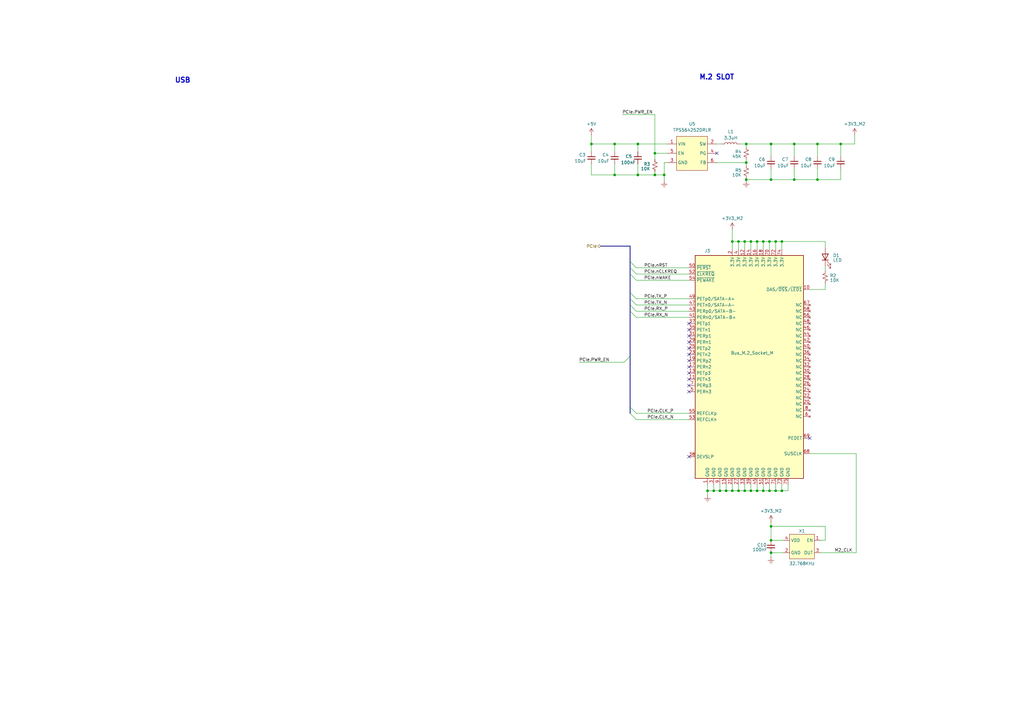
<source format=kicad_sch>
(kicad_sch (version 20250114) (generator "eeschema") (generator_version "9.0")
  (paper "A3")
  (title_block (title "Open-Sentinel") (date "2025-12-28") (rev "0.9"))
  (lib_symbols
    (symbol "+3V3_PCIE_1" (power) (pin_numbers (hide yes)) (pin_names (offset 0) (hide yes))
      (property "Value" "+3V3_M2" (at 0 4.445 0))
      (symbol "+3V3_PCIE_1_0_1"
        (polyline (pts (xy -0.762 1.27) (xy 0 2.54)))
        (polyline (pts (xy 0 2.54) (xy 0.762 1.27)))
        (polyline (pts (xy 0 0) (xy 0 2.54)))
      )
      (symbol "+3V3_PCIE_1_1_1"
        (pin power_in line (at 0 0 90) (length 0) (name "~") (number "1"))
      )
    )
    (symbol "drm-connectors:Bus_M.2_Socket_M"
      (property "Reference" "J2" (at 3.302 59.436 0))
      (property "Value" "Bus_M.2_Socket_M" (at 9.144 59.436 0))
      (symbol "Bus_M.2_Socket_M_0_1"
        (rectangle (start -22.86 45.72) (end 21.59 -45.72) (stroke (width 0.254)) (fill (type background)))
      )
      (symbol "Bus_M.2_Socket_M_1_1"
        (pin output line (at -25.4 40.64 0) (length 2.54) (name "~{PERST}") (number "50"))
        (pin bidirectional line (at -25.4 38.1 0) (length 2.54) (name "~{CLKREQ}") (number "52"))
        (pin bidirectional line (at -25.4 35.56 0) (length 2.54) (name "~{PEWAKE}") (number "54"))
        (pin output line (at -25.4 27.94 0) (length 2.54) (name "PETp0/SATA-A+") (number "49"))
        (pin output line (at -25.4 25.4 0) (length 2.54) (name "PETn0/SATA-A-") (number "47"))
        (pin input line (at -25.4 22.86 0) (length 2.54) (name "PERp0/SATA-B-") (number "43"))
        (pin input line (at -25.4 20.32 0) (length 2.54) (name "PERn0/SATA-B+") (number "41"))
        (pin output line (at -25.4 17.78 0) (length 2.54) (name "PETp1") (number "37"))
        (pin output line (at -25.4 15.24 0) (length 2.54) (name "PETn1") (number "35"))
        (pin input line (at -25.4 12.7 0) (length 2.54) (name "PERp1") (number "31"))
        (pin input line (at -25.4 10.16 0) (length 2.54) (name "PERn1") (number "29"))
        (pin output line (at -25.4 7.62 0) (length 2.54) (name "PETp2") (number "25"))
        (pin output line (at -25.4 5.08 0) (length 2.54) (name "PETn2") (number "23"))
        (pin input line (at -25.4 2.54 0) (length 2.54) (name "PERp2") (number "19"))
        (pin input line (at -25.4 0 0) (length 2.54) (name "PERn2") (number "17"))
        (pin output line (at -25.4 -2.54 0) (length 2.54) (name "PETp3") (number "13"))
        (pin output line (at -25.4 -5.08 0) (length 2.54) (name "PETn3") (number "11"))
        (pin input line (at -25.4 -7.62 0) (length 2.54) (name "PERp3") (number "7"))
        (pin input line (at -25.4 -10.16 0) (length 2.54) (name "PERn3") (number "5"))
        (pin output line (at -25.4 -19.05 0) (length 2.54) (name "REFCLKp") (number "55"))
        (pin output line (at -25.4 -21.59 0) (length 2.54) (name "REFCLKn") (number "53"))
        (pin output line (at -25.4 -36.83 0) (length 2.54) (name "DEVSLP") (number "38"))
        (pin power_in line (at -17.78 -48.26 90) (length 2.54) (name "GND") (number "1"))
        (pin power_in line (at -15.24 -48.26 90) (length 2.54) (name "GND") (number "3"))
        (pin power_in line (at -12.7 -48.26 90) (length 2.54) (name "GND") (number "9"))
        (pin power_in line (at -10.16 -48.26 90) (length 2.54) (name "GND") (number "15"))
        (pin power_in line (at -7.62 48.26 270) (length 2.54) (name "3.3V") (number "2"))
        (pin power_in line (at -7.62 -48.26 90) (length 2.54) (name "GND") (number "21"))
        (pin power_in line (at -5.08 48.26 270) (length 2.54) (name "3.3V") (number "4"))
        (pin power_in line (at -5.08 -48.26 90) (length 2.54) (name "GND") (number "27"))
        (pin power_in line (at -2.54 48.26 270) (length 2.54) (name "3.3V") (number "12"))
        (pin power_in line (at -2.54 -48.26 90) (length 2.54) (name "GND") (number "33"))
        (pin power_in line (at 0 48.26 270) (length 2.54) (name "3.3V") (number "14"))
        (pin power_in line (at 0 -48.26 90) (length 2.54) (name "GND") (number "39"))
        (pin power_in line (at 2.54 48.26 270) (length 2.54) (name "3.3V") (number "16"))
        (pin power_in line (at 2.54 -48.26 90) (length 2.54) (name "GND") (number "45"))
        (pin power_in line (at 5.08 48.26 270) (length 2.54) (name "3.3V") (number "18"))
        (pin power_in line (at 5.08 -48.26 90) (length 2.54) (name "GND") (number "51"))
        (pin power_in line (at 7.62 48.26 270) (length 2.54) (name "3.3V") (number "70"))
        (pin power_in line (at 7.62 -48.26 90) (length 2.54) (name "GND") (number "57"))
        (pin power_in line (at 10.16 48.26 270) (length 2.54) (name "3.3V") (number "72"))
        (pin power_in line (at 10.16 -48.26 90) (length 2.54) (name "GND") (number "71"))
        (pin power_in line (at 12.7 48.26 270) (length 2.54) (name "3.3V") (number "74"))
        (pin power_in line (at 12.7 -48.26 90) (length 2.54) (name "GND") (number "73"))
        (pin power_in line (at 15.24 -48.26 90) (length 2.54) (name "GND") (number "75"))
        (pin bidirectional line (at 24.13 31.75 180) (length 2.54) (name "DAS/~{DSS}/~{LED1}") (number "10"))
        (pin no_connect line (at 24.13 25.4 180) (length 2.54) (name "NC") (number "67"))
        (pin no_connect line (at 24.13 22.86 180) (length 2.54) (name "NC") (number "58"))
        (pin no_connect line (at 24.13 20.32 180) (length 2.54) (name "NC") (number "56"))
        (pin no_connect line (at 24.13 17.78 180) (length 2.54) (name "NC") (number "48"))
        (pin no_connect line (at 24.13 15.24 180) (length 2.54) (name "NC") (number "46"))
        (pin no_connect line (at 24.13 12.7 180) (length 2.54) (name "NC") (number "44"))
        (pin no_connect line (at 24.13 10.16 180) (length 2.54) (name "NC") (number "42"))
        (pin no_connect line (at 24.13 7.62 180) (length 2.54) (name "NC") (number "40"))
        (pin no_connect line (at 24.13 5.08 180) (length 2.54) (name "NC") (number "36"))
        (pin no_connect line (at 24.13 2.54 180) (length 2.54) (name "NC") (number "34"))
        (pin no_connect line (at 24.13 0 180) (length 2.54) (name "NC") (number "32"))
        (pin no_connect line (at 24.13 -2.54 180) (length 2.54) (name "NC") (number "30"))
        (pin no_connect line (at 24.13 -5.08 180) (length 2.54) (name "NC") (number "28"))
        (pin no_connect line (at 24.13 -7.62 180) (length 2.54) (name "NC") (number "26"))
        (pin no_connect line (at 24.13 -10.16 180) (length 2.54) (name "NC") (number "24"))
        (pin no_connect line (at 24.13 -12.7 180) (length 2.54) (name "NC") (number "22"))
        (pin no_connect line (at 24.13 -15.24 180) (length 2.54) (name "NC") (number "20"))
        (pin no_connect line (at 24.13 -17.78 180) (length 2.54) (name "NC") (number "8"))
        (pin no_connect line (at 24.13 -20.32 180) (length 2.54) (name "NC") (number "6"))
        (pin passive line (at 24.13 -29.21 180) (length 2.54) (name "PEDET") (number "69"))
        (pin output line (at 24.13 -35.56 180) (length 2.54) (name "SUSCLK") (number "68"))
      )
    )
    (symbol "drm-discrete:Cap" (pin_numbers (hide yes)) (pin_names (offset 0.254) (hide yes))
      (property "Reference" "C" (at 0.254 1.778 0))
      (property "Value" "Cap" (at 0.254 -2.032 0))
      (symbol "Cap_0_1"
        (polyline (pts (xy -1.524 0.508) (xy 1.524 0.508)) (stroke (width 0.3048)))
        (polyline (pts (xy -1.524 -0.508) (xy 1.524 -0.508)) (stroke (width 0.3302)))
      )
      (symbol "Cap_1_1"
        (pin passive line (at 0 2.54 270) (length 2.032) (name "~") (number "1"))
        (pin passive line (at 0 -2.54 90) (length 2.032) (name "~") (number "2"))
      )
    )
    (symbol "drm-discrete:Inductor" (pin_numbers (hide yes)) (pin_names (offset 1.016) (hide yes))
      (property "Reference" "L" (at -1.27 0 90))
      (property "Value" "Inductor" (at 1.905 0 90))
      (symbol "Inductor_0_1"
        (arc (start 0 2.54) (mid 0.6323 1.905) (end 0 1.27))
        (arc (start 0 1.27) (mid 0.6323 0.635) (end 0 0))
        (arc (start 0 0) (mid 0.6323 -0.635) (end 0 -1.27))
        (arc (start 0 -1.27) (mid 0.6323 -1.905) (end 0 -2.54))
      )
      (symbol "Inductor_1_1"
        (pin passive line (at 0 3.81 270) (length 1.27) (name "1") (number "1"))
        (pin passive line (at 0 -3.81 90) (length 1.27) (name "2") (number "2"))
      )
    )
    (symbol "drm-discrete:LED" (pin_numbers (hide yes)) (pin_names (offset 1.016) (hide yes))
      (property "Reference" "D" (at 0 2.54 0))
      (property "Value" "LED" (at 0 -2.54 0))
      (symbol "LED_0_1"
        (polyline (pts (xy -3.048 -0.762) (xy -4.572 -2.286) (xy -3.81 -2.286) (xy -4.572 -2.286) (xy -4.572 -1.524)))
        (polyline (pts (xy -1.778 -0.762) (xy -3.302 -2.286) (xy -2.54 -2.286) (xy -3.302 -2.286) (xy -3.302 -1.524)))
        (polyline (pts (xy -1.27 0) (xy 1.27 0)))
        (polyline (pts (xy -1.27 -1.27) (xy -1.27 1.27)) (stroke (width 0.254)))
        (polyline (pts (xy 1.27 -1.27) (xy 1.27 1.27) (xy -1.27 0) (xy 1.27 -1.27)) (stroke (width 0.254)))
      )
      (symbol "LED_1_1"
        (pin passive line (at -3.81 0 0) (length 2.54) (name "K") (number "1"))
        (pin passive line (at 3.81 0 180) (length 2.54) (name "A") (number "2"))
      )
    )
    (symbol "drm-discrete:Resistor" (pin_numbers (hide yes)) (pin_names (offset 0.254) (hide yes))
      (property "Reference" "R" (at 0.762 0.508 0))
      (property "Value" "Resistor" (at 0.762 -1.016 0))
      (symbol "Resistor_1_1"
        (polyline (pts (xy 0 1.524) (xy 1.016 1.143) (xy 0 0.762) (xy -1.016 0.381) (xy 0 0)))
        (polyline (pts (xy 0 0) (xy 1.016 -0.381) (xy 0 -0.762) (xy -1.016 -1.143) (xy 0 -1.524)))
        (pin passive line (at 0 2.54 270) (length 1.016) (name "~") (number "1"))
        (pin passive line (at 0 -2.54 90) (length 1.016) (name "~") (number "2"))
      )
    )
    (symbol "drm-ic:OSC-module"
      (property "Reference" "X1" (at 0 6.35 0))
      (property "Value" "32.768KHz" (at 0 -6.985 0))
      (symbol "OSC-module_0_1"
        (rectangle (start -5.08 5.08) (end 5.08 -5.08) (stroke (width 0.1524)) (fill (type background)))
      )
      (symbol "OSC-module_1_1"
        (pin power_in line (at -7.62 2.54 0) (length 2.54) (name "VDD") (number "4"))
        (pin power_in line (at -7.62 -2.54 0) (length 2.54) (name "GND") (number "2"))
        (pin output line (at 7.62 2.54 180) (length 2.54) (name "EN") (number "1"))
        (pin output line (at 7.62 -2.54 180) (length 2.54) (name "OUT") (number "3"))
      )
    )
    (symbol "drm-ic:TPS564252DRLR"
      (property "Reference" "U" (at 0 11.938 0))
      (property "Value" "TPS564252DRLR" (at 0 9.906 0))
      (symbol "TPS564252DRLR_0_1"
        (rectangle (start -6.35 6.985) (end 6.35 -6.985) (stroke (width 0.1524)) (fill (type background)))
      )
      (symbol "TPS564252DRLR_1_1"
        (pin power_in line (at -10.16 3.81 0) (length 3.81) (name "VIN") (number "1"))
        (pin input line (at -10.16 0 0) (length 3.81) (name "EN") (number "5"))
        (pin power_in line (at -10.16 -3.81 0) (length 3.81) (name "GND") (number "3"))
        (pin output line (at 10.16 3.81 180) (length 3.81) (name "SW") (number "2"))
        (pin output line (at 10.16 0 180) (length 3.81) (name "PG") (number "4"))
        (pin input line (at 10.16 -3.81 180) (length 3.81) (name "FB") (number "6"))
      )
    )
    (symbol "power:+5V" (power) (pin_numbers (hide yes)) (pin_names (offset 0) (hide yes))
      (property "Value" "+5V" (at 0 3.556 0))
      (symbol "+5V_0_1"
        (polyline (pts (xy -0.762 1.27) (xy 0 2.54)))
        (polyline (pts (xy 0 2.54) (xy 0.762 1.27)))
        (polyline (pts (xy 0 0) (xy 0 2.54)))
      )
      (symbol "+5V_1_1"
        (pin power_in line (at 0 0 90) (length 0) (name "~") (number "1"))
      )
    )
    (symbol "power:Earth" (power) (pin_numbers (hide yes)) (pin_names (offset 0) (hide yes))
      (property "Value" "Earth" (at 0 -3.81 0))
      (symbol "Earth_0_1"
        (polyline (pts (xy -0.635 -1.905) (xy 0.635 -1.905)))
        (polyline (pts (xy -0.127 -2.54) (xy 0.127 -2.54)))
        (polyline (pts (xy 0 -1.27) (xy 0 0)))
        (polyline (pts (xy 1.27 -1.27) (xy -1.27 -1.27)))
      )
      (symbol "Earth_1_1"
        (pin power_in line (at 0 0 270) (length 0) (name "~") (number "1"))
      )
    )
  )
  (text "USB" (at 74.93 33.02 0) (effects (font (size 2.032 2.032) (thickness 0.4064) (bold yes))))
  (text "M.2 SLOT" (at 294.005 31.75 0) (effects (font (size 2.032 2.032) (thickness 0.4064) (bold yes))))
  (junction (at 272.415 71.755))
  (junction (at 320.675 99.06))
  (junction (at 344.805 59.055))
  (junction (at 313.055 201.295))
  (junction (at 325.755 59.055))
  (junction (at 316.23 221.615))
  (junction (at 310.515 99.06))
  (junction (at 310.515 201.295))
  (junction (at 316.23 73.66))
  (junction (at 305.435 99.06))
  (junction (at 325.755 73.66))
  (junction (at 261.62 71.755))
  (junction (at 316.23 226.695))
  (junction (at 316.23 59.055))
  (junction (at 290.195 201.295))
  (junction (at 320.675 201.295))
  (junction (at 295.275 201.295))
  (junction (at 306.07 73.66))
  (junction (at 300.355 99.06))
  (junction (at 268.605 71.755))
  (junction (at 306.07 59.055))
  (junction (at 335.28 73.66))
  (junction (at 315.595 201.295))
  (junction (at 318.135 99.06))
  (junction (at 335.28 59.055))
  (junction (at 297.815 201.295))
  (junction (at 313.055 99.06))
  (junction (at 261.62 59.055))
  (junction (at 307.975 201.295))
  (junction (at 252.095 71.755))
  (junction (at 268.605 62.865))
  (junction (at 316.23 215.9))
  (junction (at 242.57 59.055))
  (junction (at 252.095 59.055))
  (junction (at 300.355 201.295))
  (junction (at 292.735 201.295))
  (junction (at 305.435 201.295))
  (junction (at 302.895 99.06))
  (junction (at 302.895 201.295))
  (junction (at 307.975 99.06))
  (junction (at 315.595 99.06))
  (junction (at 318.135 201.295))
  (junction (at 306.07 66.675))
  (no_connect (at 282.575 135.255))
  (no_connect (at 332.105 179.705))
  (no_connect (at 282.575 158.115))
  (no_connect (at 294.005 62.865))
  (no_connect (at 282.575 160.655))
  (no_connect (at 282.575 142.875))
  (no_connect (at 282.575 145.415))
  (no_connect (at 282.575 150.495))
  (no_connect (at 282.575 187.325))
  (no_connect (at 282.575 140.335))
  (no_connect (at 282.575 147.955))
  (no_connect (at 282.575 132.715))
  (no_connect (at 282.575 153.035))
  (no_connect (at 282.575 137.795))
  (no_connect (at 282.575 155.575))
  (bus_entry (at 258.445 109.855) (size 2.54 2.54))
  (bus_entry (at 258.445 120.015) (size 2.54 2.54))
  (bus_entry (at 258.445 169.545) (size 2.54 2.54))
  (bus_entry (at 258.445 125.095) (size 2.54 2.54))
  (bus_entry (at 258.445 122.555) (size 2.54 2.54))
  (bus_entry (at 258.445 146.05) (size -2.54 2.54))
  (bus_entry (at 258.445 112.395) (size 2.54 2.54))
  (bus_entry (at 258.445 167.005) (size 2.54 2.54))
  (bus_entry (at 258.445 127.635) (size 2.54 2.54))
  (bus_entry (at 258.445 107.315) (size 2.54 2.54))
  (wire (pts (xy 302.895 198.755) (xy 302.895 201.295)))
  (wire (pts (xy 318.135 99.06) (xy 315.595 99.06)))
  (wire (pts (xy 261.62 59.055) (xy 252.095 59.055)))
  (wire (pts (xy 272.415 66.675) (xy 272.415 71.755)))
  (wire (pts (xy 305.435 99.06) (xy 302.895 99.06)))
  (wire (pts (xy 302.895 99.06) (xy 302.895 102.235)))
  (wire (pts (xy 242.57 59.055) (xy 242.57 62.23)))
  (wire (pts (xy 315.595 99.06) (xy 313.055 99.06)))
  (wire (pts (xy 316.23 59.055) (xy 316.23 64.135)))
  (wire (pts (xy 306.07 73.66) (xy 306.07 74.295)))
  (wire (pts (xy 316.23 73.66) (xy 306.07 73.66)))
  (wire (pts (xy 332.105 186.055) (xy 351.155 186.055)))
  (wire (pts (xy 318.135 99.06) (xy 318.135 102.235)))
  (wire (pts (xy 297.815 198.755) (xy 297.815 201.295)))
  (wire (pts (xy 320.675 201.295) (xy 323.215 201.295)))
  (wire (pts (xy 313.055 201.295) (xy 315.595 201.295)))
  (wire (pts (xy 307.975 99.06) (xy 305.435 99.06)))
  (wire (pts (xy 261.62 71.755) (xy 252.095 71.755)))
  (wire (pts (xy 325.755 59.055) (xy 325.755 64.135)))
  (wire (pts (xy 297.815 201.295) (xy 295.275 201.295)))
  (wire (pts (xy 313.055 201.295) (xy 310.515 201.295)))
  (wire (pts (xy 268.605 62.865) (xy 273.685 62.865)))
  (wire (pts (xy 290.195 201.295) (xy 290.195 203.2)))
  (wire (pts (xy 335.28 59.055) (xy 344.805 59.055)))
  (wire (pts (xy 315.595 99.06) (xy 315.595 102.235)))
  (wire (pts (xy 268.605 71.755) (xy 261.62 71.755)))
  (wire (pts (xy 344.805 59.055) (xy 350.52 59.055)))
  (wire (pts (xy 320.675 102.235) (xy 320.675 99.06)))
  (wire (pts (xy 260.985 114.935) (xy 282.575 114.935)))
  (bus (pts (xy 258.445 125.095) (xy 258.445 122.555)))
  (wire (pts (xy 302.895 99.06) (xy 300.355 99.06)))
  (wire (pts (xy 261.62 67.31) (xy 261.62 71.755)))
  (bus (pts (xy 258.445 146.05) (xy 258.445 127.635)))
  (bus (pts (xy 258.445 120.015) (xy 258.445 112.395)))
  (wire (pts (xy 338.455 99.06) (xy 320.675 99.06)))
  (wire (pts (xy 350.52 55.245) (xy 350.52 59.055)))
  (wire (pts (xy 313.055 99.06) (xy 310.515 99.06)))
  (wire (pts (xy 320.675 198.755) (xy 320.675 201.295)))
  (wire (pts (xy 325.755 59.055) (xy 335.28 59.055)))
  (wire (pts (xy 273.685 66.675) (xy 272.415 66.675)))
  (wire (pts (xy 338.455 101.6) (xy 338.455 99.06)))
  (wire (pts (xy 306.07 66.675) (xy 306.07 67.945)))
  (bus (pts (xy 258.445 169.545) (xy 258.445 167.005)))
  (wire (pts (xy 338.455 215.9) (xy 316.23 215.9)))
  (wire (pts (xy 260.985 169.545) (xy 282.575 169.545)))
  (wire (pts (xy 310.515 99.06) (xy 310.515 102.235)))
  (wire (pts (xy 268.605 62.865) (xy 268.605 65.405)))
  (wire (pts (xy 252.095 59.055) (xy 252.095 62.23)))
  (wire (pts (xy 305.435 198.755) (xy 305.435 201.295)))
  (wire (pts (xy 320.675 99.06) (xy 318.135 99.06)))
  (wire (pts (xy 261.62 59.055) (xy 261.62 62.23)))
  (wire (pts (xy 310.515 198.755) (xy 310.515 201.295)))
  (wire (pts (xy 344.805 73.66) (xy 335.28 73.66)))
  (wire (pts (xy 316.23 226.695) (xy 316.23 228.6)))
  (wire (pts (xy 268.605 71.755) (xy 272.415 71.755)))
  (wire (pts (xy 306.07 60.325) (xy 306.07 59.055)))
  (wire (pts (xy 290.195 198.755) (xy 290.195 201.295)))
  (wire (pts (xy 252.095 67.31) (xy 252.095 71.755)))
  (wire (pts (xy 351.155 226.695) (xy 336.55 226.695)))
  (wire (pts (xy 305.435 201.295) (xy 302.895 201.295)))
  (bus (pts (xy 258.445 167.005) (xy 258.445 146.05)))
  (wire (pts (xy 316.23 221.615) (xy 316.23 215.9)))
  (wire (pts (xy 295.275 198.755) (xy 295.275 201.295)))
  (wire (pts (xy 268.605 70.485) (xy 268.605 71.755)))
  (wire (pts (xy 313.055 198.755) (xy 313.055 201.295)))
  (wire (pts (xy 242.57 71.755) (xy 242.57 67.31)))
  (wire (pts (xy 272.415 71.755) (xy 272.415 74.295)))
  (wire (pts (xy 260.985 122.555) (xy 282.575 122.555)))
  (wire (pts (xy 315.595 198.755) (xy 315.595 201.295)))
  (wire (pts (xy 300.355 198.755) (xy 300.355 201.295)))
  (wire (pts (xy 307.975 201.295) (xy 305.435 201.295)))
  (wire (pts (xy 306.07 59.055) (xy 316.23 59.055)))
  (wire (pts (xy 242.57 55.245) (xy 242.57 59.055)))
  (wire (pts (xy 306.07 65.405) (xy 306.07 66.675)))
  (wire (pts (xy 300.355 93.98) (xy 300.355 99.06)))
  (wire (pts (xy 325.755 69.215) (xy 325.755 73.66)))
  (wire (pts (xy 325.755 73.66) (xy 316.23 73.66)))
  (wire (pts (xy 310.515 201.295) (xy 307.975 201.295)))
  (wire (pts (xy 316.23 215.9) (xy 316.23 213.995)))
  (wire (pts (xy 294.005 66.675) (xy 306.07 66.675)))
  (bus (pts (xy 258.445 107.315) (xy 258.445 100.965)))
  (wire (pts (xy 316.23 69.215) (xy 316.23 73.66)))
  (wire (pts (xy 252.095 71.755) (xy 242.57 71.755)))
  (wire (pts (xy 260.985 109.855) (xy 282.575 109.855)))
  (bus (pts (xy 258.445 112.395) (xy 258.445 109.855)))
  (wire (pts (xy 260.985 172.085) (xy 282.575 172.085)))
  (wire (pts (xy 305.435 99.06) (xy 305.435 102.235)))
  (wire (pts (xy 338.455 116.205) (xy 338.455 118.745)))
  (wire (pts (xy 321.31 226.695) (xy 316.23 226.695)))
  (wire (pts (xy 338.455 109.22) (xy 338.455 111.125)))
  (wire (pts (xy 307.975 198.755) (xy 307.975 201.295)))
  (wire (pts (xy 300.355 99.06) (xy 300.355 102.235)))
  (wire (pts (xy 260.985 125.095) (xy 282.575 125.095)))
  (wire (pts (xy 260.985 130.175) (xy 282.575 130.175)))
  (wire (pts (xy 335.28 59.055) (xy 335.28 64.135)))
  (wire (pts (xy 302.895 201.295) (xy 300.355 201.295)))
  (bus (pts (xy 258.445 109.855) (xy 258.445 107.315)))
  (wire (pts (xy 268.605 46.99) (xy 268.605 62.865)))
  (wire (pts (xy 336.55 221.615) (xy 338.455 221.615)))
  (wire (pts (xy 260.985 112.395) (xy 282.575 112.395)))
  (wire (pts (xy 306.07 73.025) (xy 306.07 73.66)))
  (wire (pts (xy 294.005 59.055) (xy 295.91 59.055)))
  (wire (pts (xy 351.155 186.055) (xy 351.155 226.695)))
  (bus (pts (xy 258.445 122.555) (xy 258.445 120.015)))
  (wire (pts (xy 323.215 198.755) (xy 323.215 201.295)))
  (wire (pts (xy 306.07 59.055) (xy 303.53 59.055)))
  (wire (pts (xy 315.595 201.295) (xy 318.135 201.295)))
  (wire (pts (xy 318.135 201.295) (xy 320.675 201.295)))
  (wire (pts (xy 292.735 198.755) (xy 292.735 201.295)))
  (wire (pts (xy 335.28 73.66) (xy 325.755 73.66)))
  (wire (pts (xy 300.355 201.295) (xy 297.815 201.295)))
  (wire (pts (xy 292.735 201.295) (xy 290.195 201.295)))
  (wire (pts (xy 252.095 59.055) (xy 242.57 59.055)))
  (wire (pts (xy 344.805 64.135) (xy 344.805 59.055)))
  (wire (pts (xy 344.805 69.215) (xy 344.805 73.66)))
  (wire (pts (xy 273.685 59.055) (xy 261.62 59.055)))
  (wire (pts (xy 321.31 221.615) (xy 316.23 221.615)))
  (bus (pts (xy 246.38 100.965) (xy 258.445 100.965)))
  (wire (pts (xy 318.135 198.755) (xy 318.135 201.295)))
  (wire (pts (xy 237.49 148.59) (xy 255.905 148.59)))
  (wire (pts (xy 335.28 69.215) (xy 335.28 73.66)))
  (wire (pts (xy 295.275 201.295) (xy 292.735 201.295)))
  (wire (pts (xy 316.23 59.055) (xy 325.755 59.055)))
  (wire (pts (xy 255.27 46.99) (xy 268.605 46.99)))
  (wire (pts (xy 260.985 127.635) (xy 282.575 127.635)))
  (wire (pts (xy 310.515 99.06) (xy 307.975 99.06)))
  (wire (pts (xy 313.055 99.06) (xy 313.055 102.235)))
  (bus (pts (xy 258.445 127.635) (xy 258.445 125.095)))
  (wire (pts (xy 338.455 118.745) (xy 332.105 118.745)))
  (wire (pts (xy 338.455 221.615) (xy 338.455 215.9)))
  (wire (pts (xy 307.975 99.06) (xy 307.975 102.235)))
  (label "PCIe.PWR_EN" (at 255.27 46.99 0))
  (label "PCIe.nCLKREQ" (at 264.16 112.395 0))
  (label "PCIe.RX_N" (at 264.16 130.175 0))
  (label "PCIe.PWR_EN" (at 237.49 148.59 0))
  (label "PCIe.TX_N" (at 264.16 125.095 0))
  (label "PCIe.RX_P" (at 264.16 127.635 0))
  (label "PCIe.CLK_N" (at 265.43 172.085 0))
  (label "M2_CLK" (at 342.265 226.695 0))
  (label "PCIe.CLK_P" (at 265.43 169.545 0))
  (label "PCIe.nRST" (at 264.16 109.855 0))
  (label "PCIe.TX_P" (at 264.16 122.555 0))
  (label "PCIe.nWAKE" (at 264.16 114.935 0))
  (hierarchical_label "PCIe" (shape bidirectional) (at 246.38 100.965 180))
  (symbol (lib_id "drm-discrete:LED") (at 338.455 105.41 90) (unit 1)
    (property "Reference" "D1" (at 341.63 104.775 90) (effects (justify right)))
    (property "Value" "LED" (at 341.63 106.68 90) (effects (justify right)))
    (property "Description" "Light emitting diode" (effects (hide yes)))
  )
  (symbol (lib_id "drm-ic:OSC-module") (at 328.93 224.155 0) (unit 1)
    (property "Reference" "X1" (at 328.93 217.805 0))
    (property "Value" "32.768KHz" (at 328.93 231.14 0))
    (property "Datasheet" "https://www.raltron.com/webproducts/specs/CLOCK_OSCILLATOR/COM1305-0.032768-EXT-T-TR.pdf" (effects (hide yes)))
    (property "Description" "Oscillator Module" (effects (hide yes)))
    (property "DK" "2151-COM1305-0.032768-EXT-T-TRCT-ND" (effects (hide yes)))
    (property "PARTNUM" "COM1305-0.032768-EXT-T-TR" (effects (hide yes)))
  )
  (symbol (lib_id "drm-discrete:Cap") (at 316.23 224.155 0) (unit 1)
    (property "Reference" "C10" (at 310.515 223.52 0) (effects (justify left)))
    (property "Value" "100nF" (at 308.61 225.425 0) (effects (justify left)))
    (property "Description" "Unpolarized capacitor, small symbol" (effects (hide yes)))
    (property "PARTNO" " " (effects (hide yes)))
    (property "DK" " " (effects (hide yes)))
  )
  (symbol (lib_id "power:Earth") (at 290.195 203.2 0) (unit 1)
    (property "Reference" "#PWR013" (effects (hide yes)))
    (property "Value" "GND" (effects (hide yes)))
    (property "Description" "Power symbol creates a global label with name \"Earth\"" (effects (hide yes)))
  )
  (symbol (lib_id "power:+5V") (at 242.57 55.245 0) (unit 1)
    (property "Reference" "#PWR014" (effects (hide yes)))
    (property "Value" "+5V" (at 242.57 50.8 0))
    (property "Description" "Power symbol creates a global label with name \"+5V\"" (effects (hide yes)))
  )
  (symbol (lib_id "drm-discrete:Resistor") (at 338.455 113.665 0) (mirror y) (unit 1)
    (property "Reference" "R2" (at 340.36 113.03 0) (effects (justify right)))
    (property "Value" "10K" (at 340.36 114.935 0) (effects (justify right)))
    (property "Description" "Resistor, small US symbol" (effects (hide yes)))
  )
  (symbol (lib_id "drm-discrete:Cap") (at 261.62 64.77 0) (unit 1)
    (property "Reference" "C5" (at 256.54 64.135 0) (effects (justify left)))
    (property "Value" "100nF" (at 254.635 66.675 0) (effects (justify left)))
    (property "Description" "Unpolarized capacitor, small symbol" (effects (hide yes)))
    (property "PARTNO" " " (effects (hide yes)))
    (property "DK" " " (effects (hide yes)))
  )
  (symbol (lib_id "drm-discrete:Cap") (at 242.57 64.77 0) (unit 1)
    (property "Reference" "C3" (at 237.49 63.5 0) (effects (justify left)))
    (property "Value" "10uF" (at 235.585 66.04 0) (effects (justify left)))
    (property "Footprint" "Capacitor_SMD:C_0805_2012Metric_Pad1.18x1.45mm_HandSolder" (effects (hide yes)))
    (property "Datasheet" "https://mm.digikey.com/Volume0/opasdata/d220001/medias/docus/926/CL_Series_MLCC_ds.pdf" (effects (hide yes)))
    (property "Description" "Unpolarized capacitor, small symbol" (effects (hide yes)))
    (property "PARTNO" "CL21A106KPFNNNE" (effects (hide yes)))
    (property "DK" "1276-1052-1-ND" (effects (hide yes)))
  )
  (symbol (lib_id "drm-ic:TPS564252DRLR") (at 283.845 62.865 0) (unit 1)
    (property "Reference" "U5" (at 283.845 50.8 0))
    (property "Value" "TPS564252DRLR" (at 283.845 53.34 0))
    (property "Datasheet" "https://www.ti.com/lit/ds/symlink/tps564252.pdf" (effects (hide yes)))
    (property "Description" "Synchronous Buck Converter" (effects (hide yes)))
    (property "DK" "296-TPS564252DRLRCT-ND" (effects (hide yes)))
    (property "PARTNUM" "TPS564252DRLR" (effects (hide yes)))
  )
  (symbol (lib_id "drm-discrete:Cap") (at 335.28 66.675 0) (unit 1)
    (property "Reference" "C8" (at 330.2 65.405 0) (effects (justify left)))
    (property "Value" "10uF" (at 328.295 67.945 0) (effects (justify left)))
    (property "Footprint" "Capacitor_SMD:C_0805_2012Metric_Pad1.18x1.45mm_HandSolder" (effects (hide yes)))
    (property "Datasheet" "https://mm.digikey.com/Volume0/opasdata/d220001/medias/docus/926/CL_Series_MLCC_ds.pdf" (effects (hide yes)))
    (property "Description" "Unpolarized capacitor, small symbol" (effects (hide yes)))
    (property "PARTNO" "CL21A106KPFNNNE" (effects (hide yes)))
    (property "DK" "1276-1052-1-ND" (effects (hide yes)))
  )
  (symbol (lib_id "drm-discrete:Resistor") (at 306.07 62.865 0) (unit 1)
    (property "Reference" "R4" (at 304.165 62.23 0) (effects (justify right)))
    (property "Value" "45K" (at 304.165 64.135 0) (effects (justify right)))
    (property "Footprint" "Resistor_SMD:R_0402_1005Metric_Pad0.72x0.64mm_HandSolder" (effects (hide yes)))
    (property "Description" "Resistor, small US symbol" (effects (hide yes)))
  )
  (symbol (lib_id "drm-discrete:Resistor") (at 268.605 67.945 0) (unit 1)
    (property "Reference" "R3" (at 266.7 67.31 0) (effects (justify right)))
    (property "Value" "10K" (at 266.7 69.215 0) (effects (justify right)))
    (property "Footprint" "Resistor_SMD:R_0402_1005Metric_Pad0.72x0.64mm_HandSolder" (effects (hide yes)))
    (property "Description" "Resistor, small US symbol" (effects (hide yes)))
  )
  (symbol (lib_name "+3V3_PCIE_1") (lib_id "drm-connectors:+3V3_PCIE") (at 350.52 55.245 0) (unit 1)
    (property "Reference" "#PWR021" (effects (hide yes)))
    (property "Value" "+3V3_M2" (at 350.52 50.8 0))
    (property "Description" "Power symbol creates a global label with name \"+3V3\"" (effects (hide yes)))
  )
  (symbol (lib_id "drm-discrete:Resistor") (at 306.07 70.485 0) (unit 1)
    (property "Reference" "R5" (at 304.165 69.85 0) (effects (justify right)))
    (property "Value" "10K" (at 304.165 71.755 0) (effects (justify right)))
    (property "Footprint" "Resistor_SMD:R_0402_1005Metric_Pad0.72x0.64mm_HandSolder" (effects (hide yes)))
    (property "Description" "Resistor, small US symbol" (effects (hide yes)))
  )
  (symbol (lib_id "drm-discrete:Cap") (at 344.805 66.675 0) (unit 1)
    (property "Reference" "C9" (at 339.725 65.405 0) (effects (justify left)))
    (property "Value" "10uF" (at 337.82 67.945 0) (effects (justify left)))
    (property "Footprint" "Capacitor_SMD:C_0805_2012Metric_Pad1.18x1.45mm_HandSolder" (effects (hide yes)))
    (property "Datasheet" "https://mm.digikey.com/Volume0/opasdata/d220001/medias/docus/926/CL_Series_MLCC_ds.pdf" (effects (hide yes)))
    (property "Description" "Unpolarized capacitor, small symbol" (effects (hide yes)))
    (property "PARTNO" "CL21A106KPFNNNE" (effects (hide yes)))
    (property "DK" "1276-1052-1-ND" (effects (hide yes)))
  )
  (symbol (lib_name "+3V3_PCIE_1") (lib_id "drm-connectors:+3V3_PCIE") (at 316.23 213.995 0) (unit 1)
    (property "Reference" "#PWR023" (effects (hide yes)))
    (property "Value" "+3V3_M2" (at 316.23 209.55 0))
    (property "Description" "Power symbol creates a global label with name \"+3V3\"" (effects (hide yes)))
  )
  (symbol (lib_id "power:Earth") (at 272.415 74.295 0) (unit 1)
    (property "Reference" "#PWR015" (effects (hide yes)))
    (property "Value" "GND" (effects (hide yes)))
    (property "Description" "Power symbol creates a global label with name \"Earth\"" (effects (hide yes)))
  )
  (symbol (lib_id "drm-connectors:Bus_M.2_Socket_M") (at 307.975 150.495 0) (unit 1)
    (property "Reference" "J3" (at 288.925 102.87 0) (effects (justify left)))
    (property "Value" "Bus_M.2_Socket_M" (at 299.72 144.78 0) (effects (justify left)))
    (property "Datasheet" "https://web.archive.org/web/20200613074028/http://read.pudn.com/downloads794/doc/project/3133918/PCIe_M.2_Electromechanical_Spec_Rev1.0_Final_11012013_RS_Clean.pdf#page=155" (effects (hide yes)))
    (property "Description" "M.2 Socket 3 Mechanical Key M" (effects (hide yes)))
  )
  (symbol (lib_id "drm-discrete:Cap") (at 325.755 66.675 0) (unit 1)
    (property "Reference" "C7" (at 320.675 65.405 0) (effects (justify left)))
    (property "Value" "10uF" (at 318.77 67.945 0) (effects (justify left)))
    (property "Footprint" "Capacitor_SMD:C_0805_2012Metric_Pad1.18x1.45mm_HandSolder" (effects (hide yes)))
    (property "Datasheet" "https://mm.digikey.com/Volume0/opasdata/d220001/medias/docus/926/CL_Series_MLCC_ds.pdf" (effects (hide yes)))
    (property "Description" "Unpolarized capacitor, small symbol" (effects (hide yes)))
    (property "PARTNO" "CL21A106KPFNNNE" (effects (hide yes)))
    (property "DK" "1276-1052-1-ND" (effects (hide yes)))
  )
  (symbol (lib_id "power:Earth") (at 316.23 228.6 0) (unit 1)
    (property "Reference" "#PWR024" (effects (hide yes)))
    (property "Value" "GND" (effects (hide yes)))
    (property "Description" "Power symbol creates a global label with name \"Earth\"" (effects (hide yes)))
  )
  (symbol (lib_id "drm-discrete:Cap") (at 252.095 64.77 0) (unit 1)
    (property "Reference" "C4" (at 247.015 63.5 0) (effects (justify left)))
    (property "Value" "10uF" (at 245.11 66.04 0) (effects (justify left)))
    (property "Footprint" "Capacitor_SMD:C_0805_2012Metric_Pad1.18x1.45mm_HandSolder" (effects (hide yes)))
    (property "Datasheet" "https://mm.digikey.com/Volume0/opasdata/d220001/medias/docus/926/CL_Series_MLCC_ds.pdf" (effects (hide yes)))
    (property "Description" "Unpolarized capacitor, small symbol" (effects (hide yes)))
    (property "PARTNO" "CL21A106KPFNNNE" (effects (hide yes)))
    (property "DK" "1276-1052-1-ND" (effects (hide yes)))
  )
  (symbol (lib_id "drm-discrete:Cap") (at 316.23 66.675 0) (unit 1)
    (property "Reference" "C6" (at 311.15 65.405 0) (effects (justify left)))
    (property "Value" "10uF" (at 309.245 67.945 0) (effects (justify left)))
    (property "Footprint" "Capacitor_SMD:C_0805_2012Metric_Pad1.18x1.45mm_HandSolder" (effects (hide yes)))
    (property "Datasheet" "https://mm.digikey.com/Volume0/opasdata/d220001/medias/docus/926/CL_Series_MLCC_ds.pdf" (effects (hide yes)))
    (property "Description" "Unpolarized capacitor, small symbol" (effects (hide yes)))
    (property "PARTNO" "CL21A106KPFNNNE" (effects (hide yes)))
    (property "DK" "1276-1052-1-ND" (effects (hide yes)))
  )
  (symbol (lib_id "drm-discrete:Inductor") (at 299.72 59.055 90) (unit 1)
    (property "Reference" "L1" (at 299.72 53.975 90))
    (property "Value" "3.3uH" (at 299.72 56.515 90))
    (property "Datasheet" "https://www.bourns.com/docs/Product-Datasheets/SRP5030CA.pdf" (effects (hide yes)))
    (property "Description" "Inductor" (effects (hide yes)))
    (property "PARTNO" "SRP5030CA-3R3M" (effects (hide yes)))
    (property "DK" "SRP5030CA-3R3MCT-ND" (effects (hide yes)))
  )
  (symbol (lib_id "power:Earth") (at 306.07 74.295 0) (unit 1)
    (property "Reference" "#PWR016" (effects (hide yes)))
    (property "Value" "GND" (effects (hide yes)))
    (property "Description" "Power symbol creates a global label with name \"Earth\"" (effects (hide yes)))
  )
  (symbol (lib_name "+3V3_PCIE_1") (lib_id "drm-connectors:+3V3_PCIE") (at 300.355 93.98 0) (unit 1)
    (property "Reference" "#PWR022" (effects (hide yes)))
    (property "Value" "+3V3_M2" (at 300.355 89.535 0))
    (property "Description" "Power symbol creates a global label with name \"+3V3\"" (effects (hide yes)))
  )
)
</source>
